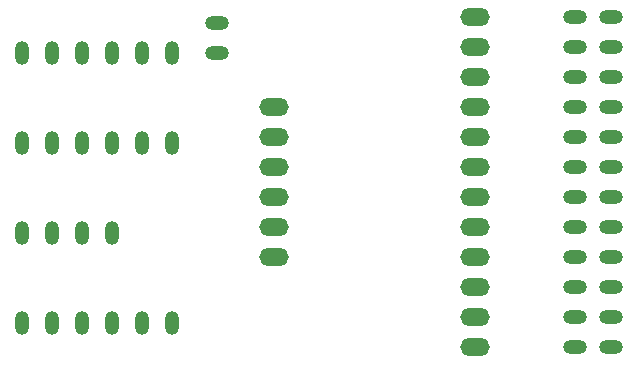
<source format=gbr>
%TF.GenerationSoftware,KiCad,Pcbnew,(7.0.0)*%
%TF.CreationDate,2023-03-31T02:03:59+02:00*%
%TF.ProjectId,HM-PlateauUtilisateur,484d2d50-6c61-4746-9561-755574696c69,rev?*%
%TF.SameCoordinates,Original*%
%TF.FileFunction,Soldermask,Top*%
%TF.FilePolarity,Negative*%
%FSLAX46Y46*%
G04 Gerber Fmt 4.6, Leading zero omitted, Abs format (unit mm)*
G04 Created by KiCad (PCBNEW (7.0.0)) date 2023-03-31 02:03:59*
%MOMM*%
%LPD*%
G01*
G04 APERTURE LIST*
%ADD10O,1.200000X2.000000*%
%ADD11O,2.500000X1.500000*%
%ADD12O,2.000000X1.200000*%
G04 APERTURE END LIST*
D10*
%TO.C,J7*%
X132079999Y-91439999D03*
X129539999Y-91439999D03*
X126999999Y-91439999D03*
%TD*%
D11*
%TO.C,U1*%
X140715999Y-73151999D03*
X140715999Y-75691999D03*
X140715999Y-78231999D03*
X140715999Y-80771999D03*
X140715999Y-83311999D03*
X140715999Y-85851999D03*
X157715999Y-93471999D03*
X157715999Y-90931999D03*
X157715999Y-88391999D03*
X157715999Y-85851999D03*
X157715999Y-83311999D03*
X157715999Y-80771999D03*
X157715999Y-78231999D03*
X157715999Y-75691999D03*
X157715999Y-73151999D03*
X157715999Y-70611999D03*
X157715999Y-68071999D03*
X157715999Y-65531999D03*
%TD*%
D12*
%TO.C,J8*%
X135889999Y-66039999D03*
X135889999Y-68579999D03*
%TD*%
D10*
%TO.C,J6*%
X124459999Y-91439999D03*
X121919999Y-91439999D03*
X119379999Y-91439999D03*
%TD*%
%TO.C,J3*%
X119379999Y-83819999D03*
X121919999Y-83819999D03*
X124459999Y-83819999D03*
X126999999Y-83819999D03*
%TD*%
%TO.C,J2*%
X119379999Y-76199999D03*
X121919999Y-76199999D03*
X124459999Y-76199999D03*
X126999999Y-76199999D03*
X129539999Y-76199999D03*
X132079999Y-76199999D03*
%TD*%
D12*
%TO.C,J3*%
X169241249Y-93471999D03*
X169241249Y-90931999D03*
X169241249Y-88391999D03*
X169241249Y-85851999D03*
X169241249Y-83311999D03*
X169241249Y-80771999D03*
X169241249Y-78231999D03*
X169241249Y-75691999D03*
X169241249Y-73151999D03*
X169241249Y-70611999D03*
X169241249Y-68071999D03*
X169241249Y-65531999D03*
%TD*%
%TO.C,J2*%
X166193249Y-93471999D03*
X166193249Y-90931999D03*
X166193249Y-88391999D03*
X166193249Y-85851999D03*
X166193249Y-83311999D03*
X166193249Y-80771999D03*
X166193249Y-78231999D03*
X166193249Y-75691999D03*
X166193249Y-73151999D03*
X166193249Y-70611999D03*
X166193249Y-68071999D03*
X166193249Y-65531999D03*
%TD*%
D10*
%TO.C,J1*%
X119379999Y-68579999D03*
X121919999Y-68579999D03*
X124459999Y-68579999D03*
X126999999Y-68579999D03*
X129539999Y-68579999D03*
X132079999Y-68579999D03*
%TD*%
M02*

</source>
